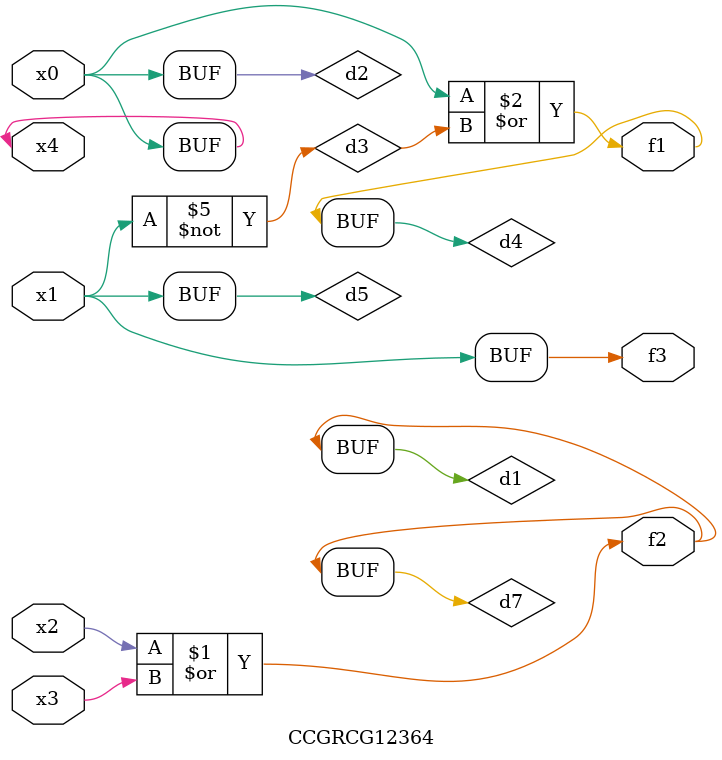
<source format=v>
module CCGRCG12364(
	input x0, x1, x2, x3, x4,
	output f1, f2, f3
);

	wire d1, d2, d3, d4, d5, d6, d7;

	or (d1, x2, x3);
	buf (d2, x0, x4);
	not (d3, x1);
	or (d4, d2, d3);
	not (d5, d3);
	nand (d6, d1, d3);
	or (d7, d1);
	assign f1 = d4;
	assign f2 = d7;
	assign f3 = d5;
endmodule

</source>
